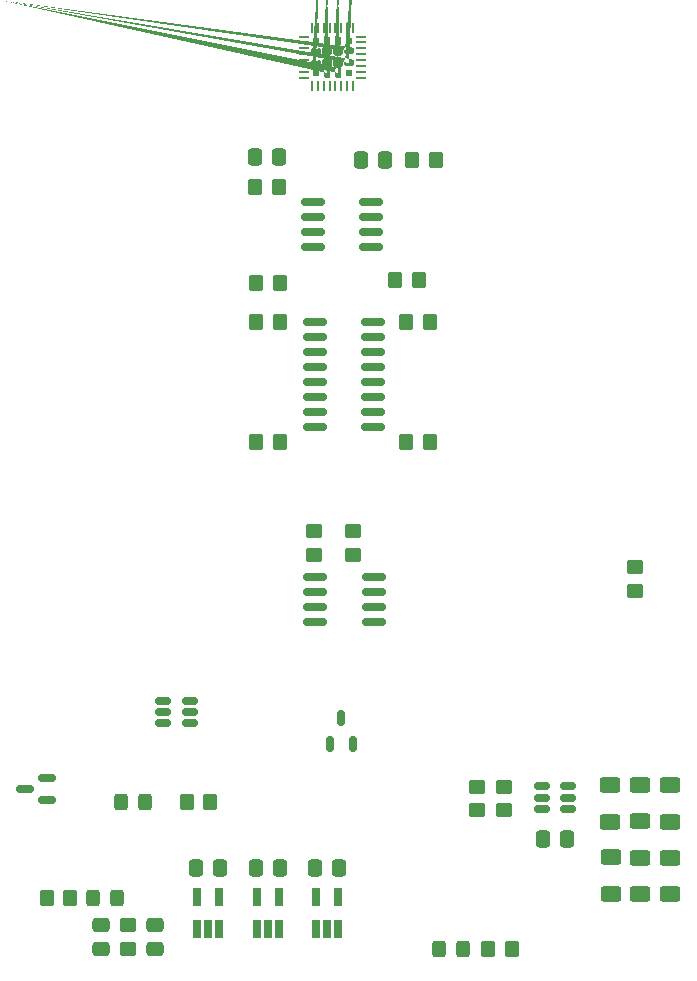
<source format=gbr>
%TF.GenerationSoftware,KiCad,Pcbnew,7.0.1-3b83917a11~172~ubuntu22.04.1*%
%TF.CreationDate,2023-04-03T22:42:05+01:00*%
%TF.ProjectId,adsr_vca_fx,61647372-5f76-4636-915f-66782e6b6963,rev?*%
%TF.SameCoordinates,Original*%
%TF.FileFunction,Paste,Top*%
%TF.FilePolarity,Positive*%
%FSLAX46Y46*%
G04 Gerber Fmt 4.6, Leading zero omitted, Abs format (unit mm)*
G04 Created by KiCad (PCBNEW 7.0.1-3b83917a11~172~ubuntu22.04.1) date 2023-04-03 22:42:05*
%MOMM*%
%LPD*%
G01*
G04 APERTURE LIST*
G04 Aperture macros list*
%AMRoundRect*
0 Rectangle with rounded corners*
0 $1 Rounding radius*
0 $2 $3 $4 $5 $6 $7 $8 $9 X,Y pos of 4 corners*
0 Add a 4 corners polygon primitive as box body*
4,1,4,$2,$3,$4,$5,$6,$7,$8,$9,$2,$3,0*
0 Add four circle primitives for the rounded corners*
1,1,$1+$1,$2,$3*
1,1,$1+$1,$4,$5*
1,1,$1+$1,$6,$7*
1,1,$1+$1,$8,$9*
0 Add four rect primitives between the rounded corners*
20,1,$1+$1,$2,$3,$4,$5,0*
20,1,$1+$1,$4,$5,$6,$7,0*
20,1,$1+$1,$6,$7,$8,$9,0*
20,1,$1+$1,$8,$9,$2,$3,0*%
%AMFreePoly0*
4,1,48,0.206759,0.287330,0.222702,0.287330,0.235600,0.277958,0.250763,0.273032,0.260133,0.260133,0.273032,0.250763,0.277958,0.235600,0.287330,0.222702,0.287330,0.206759,0.292257,0.191596,0.292257,-0.108205,0.289747,-0.115928,0.291018,-0.123951,0.280315,-0.144955,0.273032,-0.167372,0.266461,-0.172145,0.262774,-0.179383,0.179383,-0.262774,0.172145,-0.266461,0.167372,-0.273032,
0.144953,-0.280316,0.123952,-0.291017,0.115930,-0.289746,0.108205,-0.292257,-0.191596,-0.292257,-0.206759,-0.287330,-0.222702,-0.287330,-0.235600,-0.277958,-0.250763,-0.273032,-0.260133,-0.260133,-0.273032,-0.250763,-0.277958,-0.235600,-0.287330,-0.222702,-0.287330,-0.206759,-0.292257,-0.191596,-0.292257,0.191596,-0.287330,0.206759,-0.287330,0.222702,-0.277958,0.235600,-0.273032,0.250763,
-0.260133,0.260133,-0.250763,0.273032,-0.235600,0.277958,-0.222702,0.287330,-0.206759,0.287330,-0.191596,0.292257,0.191596,0.292257,0.206759,0.287330,0.206759,0.287330,$1*%
%AMFreePoly1*
4,1,51,0.147653,0.402231,0.149784,0.402802,0.153047,0.401280,0.170637,0.398179,0.184320,0.386697,0.200509,0.379148,0.268292,0.311365,0.271204,0.307206,0.273115,0.306103,0.274347,0.302717,0.284591,0.288088,0.286147,0.270294,0.292257,0.253509,0.292257,-0.253509,0.291375,-0.258507,0.291947,-0.260640,0.290423,-0.263906,0.287323,-0.281493,0.275841,-0.295175,0.268292,-0.311365,
0.200509,-0.379148,0.196350,-0.382060,0.195247,-0.383971,0.191862,-0.385202,0.177233,-0.395447,0.159438,-0.397003,0.142653,-0.403113,-0.210436,-0.403113,-0.221065,-0.401238,-0.224644,-0.401870,-0.227791,-0.400053,-0.238420,-0.398179,-0.254702,-0.384516,-0.273115,-0.373886,-0.275640,-0.366946,-0.281295,-0.362202,-0.284986,-0.341269,-0.292257,-0.321292,-0.292257,0.321292,-0.290382,0.331921,
-0.291014,0.335500,-0.289197,0.338647,-0.287323,0.349276,-0.273660,0.365558,-0.263030,0.383971,-0.256090,0.386496,-0.251346,0.392151,-0.230413,0.395842,-0.210436,0.403113,0.142653,0.403113,0.147653,0.402231,0.147653,0.402231,$1*%
%AMFreePoly2*
4,1,48,0.115930,0.289746,0.123952,0.291017,0.144953,0.280316,0.167372,0.273032,0.172145,0.266461,0.179383,0.262774,0.262774,0.179383,0.266461,0.172145,0.273032,0.167372,0.280315,0.144955,0.291018,0.123951,0.289747,0.115928,0.292257,0.108205,0.292257,-0.191596,0.287330,-0.206759,0.287330,-0.222702,0.277958,-0.235600,0.273032,-0.250763,0.260133,-0.260133,0.250763,-0.273032,
0.235600,-0.277958,0.222702,-0.287330,0.206759,-0.287330,0.191596,-0.292257,-0.191596,-0.292257,-0.206759,-0.287330,-0.222702,-0.287330,-0.235600,-0.277958,-0.250763,-0.273032,-0.260133,-0.260133,-0.273032,-0.250763,-0.277958,-0.235600,-0.287330,-0.222702,-0.287330,-0.206759,-0.292257,-0.191596,-0.292257,0.191596,-0.287330,0.206759,-0.287330,0.222702,-0.277958,0.235600,-0.273032,0.250763,
-0.260133,0.260133,-0.250763,0.273032,-0.235600,0.277958,-0.222702,0.287330,-0.206759,0.287330,-0.191596,0.292257,0.108205,0.292257,0.115930,0.289746,0.115930,0.289746,$1*%
%AMFreePoly3*
4,1,51,0.331921,0.290382,0.335500,0.291014,0.338647,0.289197,0.349276,0.287323,0.365558,0.273660,0.383971,0.263030,0.386496,0.256090,0.392151,0.251346,0.395842,0.230413,0.403113,0.210436,0.403113,-0.142653,0.402231,-0.147651,0.402803,-0.149784,0.401279,-0.153050,0.398179,-0.170637,0.386697,-0.184319,0.379148,-0.200509,0.311365,-0.268292,0.307206,-0.271204,0.306103,-0.273115,
0.302718,-0.274346,0.288089,-0.284591,0.270294,-0.286147,0.253509,-0.292257,-0.253509,-0.292257,-0.258507,-0.291375,-0.260640,-0.291947,-0.263906,-0.290423,-0.281493,-0.287323,-0.295175,-0.275841,-0.311365,-0.268292,-0.379148,-0.200509,-0.382060,-0.196350,-0.383971,-0.195247,-0.385202,-0.191862,-0.395447,-0.177233,-0.397003,-0.159438,-0.403113,-0.142653,-0.403113,0.210436,-0.401238,0.221065,
-0.401870,0.224644,-0.400053,0.227791,-0.398179,0.238420,-0.384516,0.254702,-0.373886,0.273115,-0.366946,0.275640,-0.362202,0.281295,-0.341269,0.284986,-0.321292,0.292257,0.321292,0.292257,0.331921,0.290382,0.331921,0.290382,$1*%
%AMFreePoly4*
4,1,51,0.258509,0.291375,0.260640,0.291946,0.263903,0.290424,0.281493,0.287323,0.295176,0.275841,0.311365,0.268292,0.379148,0.200509,0.382060,0.196350,0.383971,0.195247,0.385203,0.191861,0.395447,0.177232,0.397003,0.159438,0.403113,0.142653,0.403113,-0.210436,0.401238,-0.221065,0.401870,-0.224644,0.400053,-0.227791,0.398179,-0.238420,0.384516,-0.254702,0.373886,-0.273115,
0.366946,-0.275640,0.362202,-0.281295,0.341269,-0.284986,0.321292,-0.292257,-0.321292,-0.292257,-0.331921,-0.290382,-0.335500,-0.291014,-0.338647,-0.289197,-0.349276,-0.287323,-0.365558,-0.273660,-0.383971,-0.263030,-0.386496,-0.256090,-0.392151,-0.251346,-0.395842,-0.230413,-0.403113,-0.210436,-0.403113,0.142653,-0.402231,0.147653,-0.402802,0.149784,-0.401280,0.153047,-0.398179,0.170637,
-0.386697,0.184320,-0.379148,0.200509,-0.311365,0.268292,-0.307206,0.271204,-0.306103,0.273115,-0.302717,0.274347,-0.288088,0.284591,-0.270294,0.286147,-0.253509,0.292257,0.253509,0.292257,0.258509,0.291375,0.258509,0.291375,$1*%
%AMFreePoly5*
4,1,48,0.206759,0.287330,0.222702,0.287330,0.235600,0.277958,0.250763,0.273032,0.260133,0.260133,0.273032,0.250763,0.277958,0.235600,0.287330,0.222702,0.287330,0.206759,0.292257,0.191596,0.292257,-0.191596,0.287330,-0.206759,0.287330,-0.222702,0.277958,-0.235600,0.273032,-0.250763,0.260133,-0.260133,0.250763,-0.273032,0.235600,-0.277958,0.222702,-0.287330,0.206759,-0.287330,
0.191596,-0.292257,-0.108205,-0.292257,-0.115928,-0.289747,-0.123951,-0.291018,-0.144955,-0.280315,-0.167372,-0.273032,-0.172145,-0.266461,-0.179383,-0.262774,-0.262774,-0.179383,-0.266461,-0.172145,-0.273032,-0.167372,-0.280316,-0.144953,-0.291017,-0.123952,-0.289746,-0.115930,-0.292257,-0.108205,-0.292257,0.191596,-0.287330,0.206759,-0.287330,0.222702,-0.277958,0.235600,-0.273032,0.250763,
-0.260133,0.260133,-0.250763,0.273032,-0.235600,0.277958,-0.222702,0.287330,-0.206759,0.287330,-0.191596,0.292257,0.191596,0.292257,0.206759,0.287330,0.206759,0.287330,$1*%
%AMFreePoly6*
4,1,51,0.221065,0.401238,0.224644,0.401870,0.227791,0.400053,0.238420,0.398179,0.254702,0.384516,0.273115,0.373886,0.275640,0.366946,0.281295,0.362202,0.284986,0.341269,0.292257,0.321292,0.292257,-0.321292,0.290382,-0.331921,0.291014,-0.335500,0.289197,-0.338647,0.287323,-0.349276,0.273660,-0.365558,0.263030,-0.383971,0.256090,-0.386496,0.251346,-0.392151,0.230413,-0.395842,
0.210436,-0.403113,-0.142653,-0.403113,-0.147651,-0.402231,-0.149784,-0.402803,-0.153050,-0.401279,-0.170637,-0.398179,-0.184319,-0.386697,-0.200509,-0.379148,-0.268292,-0.311365,-0.271204,-0.307206,-0.273115,-0.306103,-0.274346,-0.302718,-0.284591,-0.288089,-0.286147,-0.270294,-0.292257,-0.253509,-0.292257,0.253509,-0.291375,0.258509,-0.291946,0.260640,-0.290424,0.263903,-0.287323,0.281493,
-0.275841,0.295176,-0.268292,0.311365,-0.200509,0.379148,-0.196350,0.382060,-0.195247,0.383971,-0.191861,0.385203,-0.177232,0.395447,-0.159438,0.397003,-0.142653,0.403113,0.210436,0.403113,0.221065,0.401238,0.221065,0.401238,$1*%
%AMFreePoly7*
4,1,48,0.206759,0.287330,0.222702,0.287330,0.235600,0.277958,0.250763,0.273032,0.260133,0.260133,0.273032,0.250763,0.277958,0.235600,0.287330,0.222702,0.287330,0.206759,0.292257,0.191596,0.292257,-0.191596,0.287330,-0.206759,0.287330,-0.222702,0.277958,-0.235600,0.273032,-0.250763,0.260133,-0.260133,0.250763,-0.273032,0.235600,-0.277958,0.222702,-0.287330,0.206759,-0.287330,
0.191596,-0.292257,-0.191596,-0.292257,-0.206759,-0.287330,-0.222702,-0.287330,-0.235600,-0.277958,-0.250763,-0.273032,-0.260133,-0.260133,-0.273032,-0.250763,-0.277958,-0.235600,-0.287330,-0.222702,-0.287330,-0.206759,-0.292257,-0.191596,-0.292257,0.108205,-0.289746,0.115930,-0.291017,0.123952,-0.280316,0.144953,-0.273032,0.167372,-0.266461,0.172145,-0.262774,0.179383,-0.179383,0.262774,
-0.172145,0.266461,-0.167372,0.273032,-0.144955,0.280315,-0.123951,0.291018,-0.115928,0.289747,-0.108205,0.292257,0.191596,0.292257,0.206759,0.287330,0.206759,0.287330,$1*%
G04 Aperture macros list end*
%ADD10RoundRect,0.250000X0.350000X0.450000X-0.350000X0.450000X-0.350000X-0.450000X0.350000X-0.450000X0*%
%ADD11RoundRect,0.250000X-0.625000X0.400000X-0.625000X-0.400000X0.625000X-0.400000X0.625000X0.400000X0*%
%ADD12RoundRect,0.250000X0.450000X-0.350000X0.450000X0.350000X-0.450000X0.350000X-0.450000X-0.350000X0*%
%ADD13RoundRect,0.250000X-0.450000X0.350000X-0.450000X-0.350000X0.450000X-0.350000X0.450000X0.350000X0*%
%ADD14RoundRect,0.250000X-0.350000X-0.450000X0.350000X-0.450000X0.350000X0.450000X-0.350000X0.450000X0*%
%ADD15RoundRect,0.250000X0.325000X0.450000X-0.325000X0.450000X-0.325000X-0.450000X0.325000X-0.450000X0*%
%ADD16RoundRect,0.250000X0.337500X0.475000X-0.337500X0.475000X-0.337500X-0.475000X0.337500X-0.475000X0*%
%ADD17RoundRect,0.150000X0.512500X0.150000X-0.512500X0.150000X-0.512500X-0.150000X0.512500X-0.150000X0*%
%ADD18RoundRect,0.250000X-0.475000X0.337500X-0.475000X-0.337500X0.475000X-0.337500X0.475000X0.337500X0*%
%ADD19R,0.650000X1.560000*%
%ADD20R,7.700000X3.100000*%
%ADD21RoundRect,0.250000X0.475000X-0.337500X0.475000X0.337500X-0.475000X0.337500X-0.475000X-0.337500X0*%
%ADD22RoundRect,0.250000X0.625000X-0.400000X0.625000X0.400000X-0.625000X0.400000X-0.625000X-0.400000X0*%
%ADD23RoundRect,0.150000X-0.825000X-0.150000X0.825000X-0.150000X0.825000X0.150000X-0.825000X0.150000X0*%
%ADD24FreePoly0,270.000000*%
%ADD25FreePoly1,270.000000*%
%ADD26FreePoly2,270.000000*%
%ADD27FreePoly3,270.000000*%
%ADD28RoundRect,0.201557X-0.201556X0.201556X-0.201556X-0.201556X0.201556X-0.201556X0.201556X0.201556X0*%
%ADD29FreePoly4,270.000000*%
%ADD30FreePoly5,270.000000*%
%ADD31FreePoly6,270.000000*%
%ADD32FreePoly7,270.000000*%
%ADD33RoundRect,0.062500X-0.062500X0.375000X-0.062500X-0.375000X0.062500X-0.375000X0.062500X0.375000X0*%
%ADD34RoundRect,0.062500X-0.375000X0.062500X-0.375000X-0.062500X0.375000X-0.062500X0.375000X0.062500X0*%
%ADD35RoundRect,0.150000X0.825000X0.150000X-0.825000X0.150000X-0.825000X-0.150000X0.825000X-0.150000X0*%
%ADD36RoundRect,0.250000X-0.337500X-0.475000X0.337500X-0.475000X0.337500X0.475000X-0.337500X0.475000X0*%
%ADD37RoundRect,0.150000X0.587500X0.150000X-0.587500X0.150000X-0.587500X-0.150000X0.587500X-0.150000X0*%
%ADD38RoundRect,0.150000X0.150000X-0.512500X0.150000X0.512500X-0.150000X0.512500X-0.150000X-0.512500X0*%
G04 APERTURE END LIST*
D10*
%TO.C,R28*%
X98324800Y-134315200D03*
X96324800Y-134315200D03*
%TD*%
D11*
%TO.C,C16*%
X146558000Y-124742000D03*
X146558000Y-127842000D03*
%TD*%
D12*
%TO.C,R12*%
X122276000Y-105303000D03*
X122276000Y-103303000D03*
%TD*%
D13*
%TO.C,R22*%
X135045550Y-124915200D03*
X135045550Y-126915200D03*
%TD*%
D14*
%TO.C,R8*%
X126777500Y-85613000D03*
X128777500Y-85613000D03*
%TD*%
D12*
%TO.C,R5*%
X146127500Y-108351000D03*
X146127500Y-106351000D03*
%TD*%
D15*
%TO.C,D1*%
X131581000Y-138688400D03*
X129531000Y-138688400D03*
%TD*%
D16*
%TO.C,C28*%
X116099500Y-131819000D03*
X114024500Y-131819000D03*
%TD*%
D17*
%TO.C,U6*%
X140501050Y-126786000D03*
X140501050Y-125836000D03*
X140501050Y-124886000D03*
X138226050Y-124886000D03*
X138226050Y-125836000D03*
X138226050Y-126786000D03*
%TD*%
D18*
%TO.C,C27*%
X100965000Y-136623500D03*
X100965000Y-138698500D03*
%TD*%
D10*
%TO.C,R11*%
X129270000Y-71882000D03*
X127270000Y-71882000D03*
%TD*%
D14*
%TO.C,R19*%
X114077500Y-95773000D03*
X116077500Y-95773000D03*
%TD*%
D19*
%TO.C,U8*%
X119126000Y-136979000D03*
X120076000Y-136979000D03*
X121026000Y-136979000D03*
X121026000Y-134279000D03*
X119126000Y-134279000D03*
%TD*%
D11*
%TO.C,C17*%
X144018000Y-124768000D03*
X144018000Y-127868000D03*
%TD*%
D14*
%TO.C,R17*%
X125848000Y-82057000D03*
X127848000Y-82057000D03*
%TD*%
D12*
%TO.C,R9*%
X118974000Y-105303000D03*
X118974000Y-103303000D03*
%TD*%
D19*
%TO.C,U10*%
X114112000Y-136979000D03*
X115062000Y-136979000D03*
X116012000Y-136979000D03*
X116012000Y-134279000D03*
X114112000Y-134279000D03*
%TD*%
D20*
%TO.C,L1*%
X155702000Y-126450000D03*
X155702000Y-133350000D03*
%TD*%
D21*
%TO.C,C26*%
X105537000Y-138698500D03*
X105537000Y-136623500D03*
%TD*%
D12*
%TO.C,R21*%
X132759550Y-126915200D03*
X132759550Y-124915200D03*
%TD*%
D10*
%TO.C,R15*%
X116062000Y-82296000D03*
X114062000Y-82296000D03*
%TD*%
D19*
%TO.C,U9*%
X109032000Y-136979000D03*
X109982000Y-136979000D03*
X110932000Y-136979000D03*
X110932000Y-134279000D03*
X109032000Y-134279000D03*
%TD*%
D16*
%TO.C,C24*%
X119038500Y-131819000D03*
X121113500Y-131819000D03*
%TD*%
D17*
%TO.C,U2*%
X108455023Y-119525000D03*
X108455023Y-118575000D03*
X108455023Y-117625000D03*
X106180023Y-117625000D03*
X106180023Y-118575000D03*
X106180023Y-119525000D03*
%TD*%
D16*
%TO.C,C25*%
X111019500Y-131819000D03*
X108944500Y-131819000D03*
%TD*%
D22*
%TO.C,C20*%
X149098000Y-134016000D03*
X149098000Y-130916000D03*
%TD*%
D23*
%TO.C,U4*%
X119017500Y-85613000D03*
X119017500Y-86883000D03*
X119017500Y-88153000D03*
X119017500Y-89423000D03*
X119017500Y-90693000D03*
X119017500Y-91963000D03*
X119017500Y-93233000D03*
X119017500Y-94503000D03*
X123967500Y-94503000D03*
X123967500Y-93233000D03*
X123967500Y-91963000D03*
X123967500Y-90693000D03*
X123967500Y-89423000D03*
X123967500Y-88153000D03*
X123967500Y-86883000D03*
X123967500Y-85613000D03*
%TD*%
D24*
%TO.C,U3*%
X121888500Y-61787000D03*
D25*
X121026000Y-61787000D03*
X120026000Y-61787000D03*
D26*
X119163500Y-61787000D03*
D27*
X121888500Y-62649500D03*
D28*
X121026000Y-62649500D03*
X120026000Y-62649500D03*
D29*
X119163500Y-62649500D03*
D27*
X121888500Y-63649500D03*
D28*
X121026000Y-63649500D03*
X120026000Y-63649500D03*
D29*
X119163500Y-63649500D03*
D30*
X121888500Y-64512000D03*
D31*
X121026000Y-64512000D03*
X120026000Y-64512000D03*
D32*
X119163500Y-64512000D03*
D33*
X122276000Y-60712000D03*
X121776000Y-60712000D03*
X121276000Y-60712000D03*
X120776000Y-60712000D03*
X120276000Y-60712000D03*
X119776000Y-60712000D03*
X119276000Y-60712000D03*
X118776000Y-60712000D03*
D34*
X118088500Y-61399500D03*
X118088500Y-61899500D03*
X118088500Y-62399500D03*
X118088500Y-62899500D03*
X118088500Y-63399500D03*
X118088500Y-63899500D03*
X118088500Y-64399500D03*
X118088500Y-64899500D03*
D33*
X118776000Y-65587000D03*
X119276000Y-65587000D03*
X119776000Y-65587000D03*
X120276000Y-65587000D03*
X120776000Y-65587000D03*
X121276000Y-65587000D03*
X121776000Y-65587000D03*
X122276000Y-65587000D03*
D34*
X122963500Y-64899500D03*
X122963500Y-64399500D03*
X122963500Y-63899500D03*
X122963500Y-63399500D03*
X122963500Y-62899500D03*
X122963500Y-62399500D03*
X122963500Y-61899500D03*
X122963500Y-61399500D03*
%TD*%
D14*
%TO.C,R23*%
X133705600Y-138688400D03*
X135705600Y-138688400D03*
%TD*%
D10*
%TO.C,R7*%
X116077500Y-85613000D03*
X114077500Y-85613000D03*
%TD*%
D12*
%TO.C,R27*%
X103251000Y-138661000D03*
X103251000Y-136661000D03*
%TD*%
D22*
%TO.C,C19*%
X144065800Y-133990000D03*
X144065800Y-130890000D03*
%TD*%
D10*
%TO.C,R20*%
X128777500Y-95773000D03*
X126777500Y-95773000D03*
%TD*%
D35*
%TO.C,U5*%
X123824500Y-79263000D03*
X123824500Y-77993000D03*
X123824500Y-76723000D03*
X123824500Y-75453000D03*
X118874500Y-75453000D03*
X118874500Y-76723000D03*
X118874500Y-77993000D03*
X118874500Y-79263000D03*
%TD*%
D15*
%TO.C,D5*%
X102320200Y-134315200D03*
X100270200Y-134315200D03*
%TD*%
D36*
%TO.C,C15*%
X113962000Y-71643000D03*
X116037000Y-71643000D03*
%TD*%
D23*
%TO.C,U1*%
X119063500Y-107203000D03*
X119063500Y-108473000D03*
X119063500Y-109743000D03*
X119063500Y-111013000D03*
X124013500Y-111013000D03*
X124013500Y-109743000D03*
X124013500Y-108473000D03*
X124013500Y-107203000D03*
%TD*%
D22*
%TO.C,C29*%
X146558000Y-134016000D03*
X146558000Y-130916000D03*
%TD*%
D37*
%TO.C,U7*%
X96393000Y-126045000D03*
X96393000Y-124145000D03*
X94518000Y-125095000D03*
%TD*%
D36*
%TO.C,C14*%
X122914500Y-71882000D03*
X124989500Y-71882000D03*
%TD*%
D14*
%TO.C,R10*%
X113999500Y-74183000D03*
X115999500Y-74183000D03*
%TD*%
D38*
%TO.C,Q1*%
X120335000Y-121340250D03*
X122235000Y-121340250D03*
X121285000Y-119065250D03*
%TD*%
D11*
%TO.C,C30*%
X149098000Y-124768000D03*
X149098000Y-127868000D03*
%TD*%
D15*
%TO.C,D2*%
X104657000Y-126187200D03*
X102607000Y-126187200D03*
%TD*%
D36*
%TO.C,C18*%
X138326050Y-129341200D03*
X140401050Y-129341200D03*
%TD*%
D14*
%TO.C,R24*%
X108169200Y-126187200D03*
X110169200Y-126187200D03*
%TD*%
M02*

</source>
